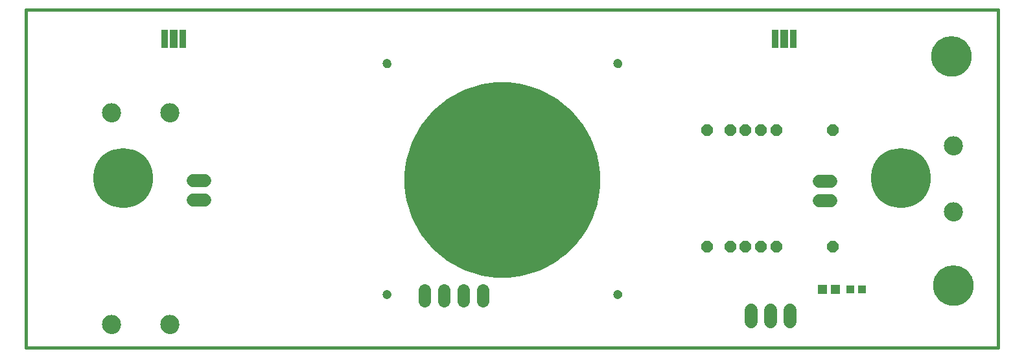
<source format=gts>
G75*
%MOIN*%
%OFA0B0*%
%FSLAX25Y25*%
%IPPOS*%
%LPD*%
%AMOC8*
5,1,8,0,0,1.08239X$1,22.5*
%
%ADD10C,0.01600*%
%ADD11C,0.00000*%
%ADD12C,1.00800*%
%ADD13C,0.09800*%
%ADD14C,0.30800*%
%ADD15C,0.20800*%
%ADD16C,0.04706*%
%ADD17C,0.06400*%
%ADD18R,0.04422X0.09816*%
%ADD19R,0.03398X0.09816*%
%ADD20OC8,0.05950*%
%ADD21C,0.06800*%
%ADD22R,0.03950X0.03950*%
%ADD23R,0.05131X0.04737*%
D10*
X0128333Y0033333D02*
X0128333Y0207333D01*
X0628333Y0207333D01*
X0628333Y0033333D01*
X0128333Y0033333D01*
D11*
X0167833Y0045333D02*
X0167835Y0045467D01*
X0167841Y0045601D01*
X0167851Y0045734D01*
X0167865Y0045868D01*
X0167883Y0046001D01*
X0167905Y0046133D01*
X0167930Y0046264D01*
X0167960Y0046395D01*
X0167994Y0046525D01*
X0168031Y0046653D01*
X0168072Y0046781D01*
X0168117Y0046907D01*
X0168166Y0047032D01*
X0168218Y0047155D01*
X0168274Y0047277D01*
X0168334Y0047397D01*
X0168397Y0047515D01*
X0168464Y0047631D01*
X0168534Y0047745D01*
X0168608Y0047857D01*
X0168685Y0047967D01*
X0168765Y0048075D01*
X0168848Y0048180D01*
X0168934Y0048282D01*
X0169023Y0048382D01*
X0169116Y0048479D01*
X0169211Y0048574D01*
X0169309Y0048665D01*
X0169409Y0048754D01*
X0169512Y0048839D01*
X0169618Y0048922D01*
X0169726Y0049001D01*
X0169836Y0049077D01*
X0169949Y0049150D01*
X0170064Y0049219D01*
X0170180Y0049285D01*
X0170299Y0049347D01*
X0170419Y0049406D01*
X0170542Y0049461D01*
X0170665Y0049513D01*
X0170790Y0049560D01*
X0170917Y0049604D01*
X0171045Y0049645D01*
X0171174Y0049681D01*
X0171304Y0049714D01*
X0171435Y0049742D01*
X0171566Y0049767D01*
X0171699Y0049788D01*
X0171832Y0049805D01*
X0171965Y0049818D01*
X0172099Y0049827D01*
X0172233Y0049832D01*
X0172367Y0049833D01*
X0172500Y0049830D01*
X0172634Y0049823D01*
X0172768Y0049812D01*
X0172901Y0049797D01*
X0173034Y0049778D01*
X0173166Y0049755D01*
X0173297Y0049729D01*
X0173427Y0049698D01*
X0173557Y0049663D01*
X0173685Y0049625D01*
X0173812Y0049583D01*
X0173938Y0049537D01*
X0174063Y0049487D01*
X0174186Y0049434D01*
X0174307Y0049377D01*
X0174427Y0049316D01*
X0174544Y0049252D01*
X0174660Y0049185D01*
X0174774Y0049114D01*
X0174885Y0049039D01*
X0174994Y0048962D01*
X0175101Y0048881D01*
X0175206Y0048797D01*
X0175307Y0048710D01*
X0175407Y0048620D01*
X0175503Y0048527D01*
X0175597Y0048431D01*
X0175688Y0048332D01*
X0175775Y0048231D01*
X0175860Y0048127D01*
X0175942Y0048021D01*
X0176020Y0047913D01*
X0176095Y0047802D01*
X0176167Y0047689D01*
X0176236Y0047573D01*
X0176301Y0047456D01*
X0176362Y0047337D01*
X0176420Y0047216D01*
X0176474Y0047094D01*
X0176525Y0046970D01*
X0176572Y0046844D01*
X0176615Y0046717D01*
X0176654Y0046589D01*
X0176690Y0046460D01*
X0176721Y0046330D01*
X0176749Y0046199D01*
X0176773Y0046067D01*
X0176793Y0045934D01*
X0176809Y0045801D01*
X0176821Y0045668D01*
X0176829Y0045534D01*
X0176833Y0045400D01*
X0176833Y0045266D01*
X0176829Y0045132D01*
X0176821Y0044998D01*
X0176809Y0044865D01*
X0176793Y0044732D01*
X0176773Y0044599D01*
X0176749Y0044467D01*
X0176721Y0044336D01*
X0176690Y0044206D01*
X0176654Y0044077D01*
X0176615Y0043949D01*
X0176572Y0043822D01*
X0176525Y0043696D01*
X0176474Y0043572D01*
X0176420Y0043450D01*
X0176362Y0043329D01*
X0176301Y0043210D01*
X0176236Y0043093D01*
X0176167Y0042977D01*
X0176095Y0042864D01*
X0176020Y0042753D01*
X0175942Y0042645D01*
X0175860Y0042539D01*
X0175775Y0042435D01*
X0175688Y0042334D01*
X0175597Y0042235D01*
X0175503Y0042139D01*
X0175407Y0042046D01*
X0175307Y0041956D01*
X0175206Y0041869D01*
X0175101Y0041785D01*
X0174994Y0041704D01*
X0174885Y0041627D01*
X0174774Y0041552D01*
X0174660Y0041481D01*
X0174544Y0041414D01*
X0174427Y0041350D01*
X0174307Y0041289D01*
X0174186Y0041232D01*
X0174063Y0041179D01*
X0173938Y0041129D01*
X0173812Y0041083D01*
X0173685Y0041041D01*
X0173557Y0041003D01*
X0173427Y0040968D01*
X0173297Y0040937D01*
X0173166Y0040911D01*
X0173034Y0040888D01*
X0172901Y0040869D01*
X0172768Y0040854D01*
X0172634Y0040843D01*
X0172500Y0040836D01*
X0172367Y0040833D01*
X0172233Y0040834D01*
X0172099Y0040839D01*
X0171965Y0040848D01*
X0171832Y0040861D01*
X0171699Y0040878D01*
X0171566Y0040899D01*
X0171435Y0040924D01*
X0171304Y0040952D01*
X0171174Y0040985D01*
X0171045Y0041021D01*
X0170917Y0041062D01*
X0170790Y0041106D01*
X0170665Y0041153D01*
X0170542Y0041205D01*
X0170419Y0041260D01*
X0170299Y0041319D01*
X0170180Y0041381D01*
X0170064Y0041447D01*
X0169949Y0041516D01*
X0169836Y0041589D01*
X0169726Y0041665D01*
X0169618Y0041744D01*
X0169512Y0041827D01*
X0169409Y0041912D01*
X0169309Y0042001D01*
X0169211Y0042092D01*
X0169116Y0042187D01*
X0169023Y0042284D01*
X0168934Y0042384D01*
X0168848Y0042486D01*
X0168765Y0042591D01*
X0168685Y0042699D01*
X0168608Y0042809D01*
X0168534Y0042921D01*
X0168464Y0043035D01*
X0168397Y0043151D01*
X0168334Y0043269D01*
X0168274Y0043389D01*
X0168218Y0043511D01*
X0168166Y0043634D01*
X0168117Y0043759D01*
X0168072Y0043885D01*
X0168031Y0044013D01*
X0167994Y0044141D01*
X0167960Y0044271D01*
X0167930Y0044402D01*
X0167905Y0044533D01*
X0167883Y0044665D01*
X0167865Y0044798D01*
X0167851Y0044932D01*
X0167841Y0045065D01*
X0167835Y0045199D01*
X0167833Y0045333D01*
X0197833Y0045333D02*
X0197835Y0045467D01*
X0197841Y0045601D01*
X0197851Y0045734D01*
X0197865Y0045868D01*
X0197883Y0046001D01*
X0197905Y0046133D01*
X0197930Y0046264D01*
X0197960Y0046395D01*
X0197994Y0046525D01*
X0198031Y0046653D01*
X0198072Y0046781D01*
X0198117Y0046907D01*
X0198166Y0047032D01*
X0198218Y0047155D01*
X0198274Y0047277D01*
X0198334Y0047397D01*
X0198397Y0047515D01*
X0198464Y0047631D01*
X0198534Y0047745D01*
X0198608Y0047857D01*
X0198685Y0047967D01*
X0198765Y0048075D01*
X0198848Y0048180D01*
X0198934Y0048282D01*
X0199023Y0048382D01*
X0199116Y0048479D01*
X0199211Y0048574D01*
X0199309Y0048665D01*
X0199409Y0048754D01*
X0199512Y0048839D01*
X0199618Y0048922D01*
X0199726Y0049001D01*
X0199836Y0049077D01*
X0199949Y0049150D01*
X0200064Y0049219D01*
X0200180Y0049285D01*
X0200299Y0049347D01*
X0200419Y0049406D01*
X0200542Y0049461D01*
X0200665Y0049513D01*
X0200790Y0049560D01*
X0200917Y0049604D01*
X0201045Y0049645D01*
X0201174Y0049681D01*
X0201304Y0049714D01*
X0201435Y0049742D01*
X0201566Y0049767D01*
X0201699Y0049788D01*
X0201832Y0049805D01*
X0201965Y0049818D01*
X0202099Y0049827D01*
X0202233Y0049832D01*
X0202367Y0049833D01*
X0202500Y0049830D01*
X0202634Y0049823D01*
X0202768Y0049812D01*
X0202901Y0049797D01*
X0203034Y0049778D01*
X0203166Y0049755D01*
X0203297Y0049729D01*
X0203427Y0049698D01*
X0203557Y0049663D01*
X0203685Y0049625D01*
X0203812Y0049583D01*
X0203938Y0049537D01*
X0204063Y0049487D01*
X0204186Y0049434D01*
X0204307Y0049377D01*
X0204427Y0049316D01*
X0204544Y0049252D01*
X0204660Y0049185D01*
X0204774Y0049114D01*
X0204885Y0049039D01*
X0204994Y0048962D01*
X0205101Y0048881D01*
X0205206Y0048797D01*
X0205307Y0048710D01*
X0205407Y0048620D01*
X0205503Y0048527D01*
X0205597Y0048431D01*
X0205688Y0048332D01*
X0205775Y0048231D01*
X0205860Y0048127D01*
X0205942Y0048021D01*
X0206020Y0047913D01*
X0206095Y0047802D01*
X0206167Y0047689D01*
X0206236Y0047573D01*
X0206301Y0047456D01*
X0206362Y0047337D01*
X0206420Y0047216D01*
X0206474Y0047094D01*
X0206525Y0046970D01*
X0206572Y0046844D01*
X0206615Y0046717D01*
X0206654Y0046589D01*
X0206690Y0046460D01*
X0206721Y0046330D01*
X0206749Y0046199D01*
X0206773Y0046067D01*
X0206793Y0045934D01*
X0206809Y0045801D01*
X0206821Y0045668D01*
X0206829Y0045534D01*
X0206833Y0045400D01*
X0206833Y0045266D01*
X0206829Y0045132D01*
X0206821Y0044998D01*
X0206809Y0044865D01*
X0206793Y0044732D01*
X0206773Y0044599D01*
X0206749Y0044467D01*
X0206721Y0044336D01*
X0206690Y0044206D01*
X0206654Y0044077D01*
X0206615Y0043949D01*
X0206572Y0043822D01*
X0206525Y0043696D01*
X0206474Y0043572D01*
X0206420Y0043450D01*
X0206362Y0043329D01*
X0206301Y0043210D01*
X0206236Y0043093D01*
X0206167Y0042977D01*
X0206095Y0042864D01*
X0206020Y0042753D01*
X0205942Y0042645D01*
X0205860Y0042539D01*
X0205775Y0042435D01*
X0205688Y0042334D01*
X0205597Y0042235D01*
X0205503Y0042139D01*
X0205407Y0042046D01*
X0205307Y0041956D01*
X0205206Y0041869D01*
X0205101Y0041785D01*
X0204994Y0041704D01*
X0204885Y0041627D01*
X0204774Y0041552D01*
X0204660Y0041481D01*
X0204544Y0041414D01*
X0204427Y0041350D01*
X0204307Y0041289D01*
X0204186Y0041232D01*
X0204063Y0041179D01*
X0203938Y0041129D01*
X0203812Y0041083D01*
X0203685Y0041041D01*
X0203557Y0041003D01*
X0203427Y0040968D01*
X0203297Y0040937D01*
X0203166Y0040911D01*
X0203034Y0040888D01*
X0202901Y0040869D01*
X0202768Y0040854D01*
X0202634Y0040843D01*
X0202500Y0040836D01*
X0202367Y0040833D01*
X0202233Y0040834D01*
X0202099Y0040839D01*
X0201965Y0040848D01*
X0201832Y0040861D01*
X0201699Y0040878D01*
X0201566Y0040899D01*
X0201435Y0040924D01*
X0201304Y0040952D01*
X0201174Y0040985D01*
X0201045Y0041021D01*
X0200917Y0041062D01*
X0200790Y0041106D01*
X0200665Y0041153D01*
X0200542Y0041205D01*
X0200419Y0041260D01*
X0200299Y0041319D01*
X0200180Y0041381D01*
X0200064Y0041447D01*
X0199949Y0041516D01*
X0199836Y0041589D01*
X0199726Y0041665D01*
X0199618Y0041744D01*
X0199512Y0041827D01*
X0199409Y0041912D01*
X0199309Y0042001D01*
X0199211Y0042092D01*
X0199116Y0042187D01*
X0199023Y0042284D01*
X0198934Y0042384D01*
X0198848Y0042486D01*
X0198765Y0042591D01*
X0198685Y0042699D01*
X0198608Y0042809D01*
X0198534Y0042921D01*
X0198464Y0043035D01*
X0198397Y0043151D01*
X0198334Y0043269D01*
X0198274Y0043389D01*
X0198218Y0043511D01*
X0198166Y0043634D01*
X0198117Y0043759D01*
X0198072Y0043885D01*
X0198031Y0044013D01*
X0197994Y0044141D01*
X0197960Y0044271D01*
X0197930Y0044402D01*
X0197905Y0044533D01*
X0197883Y0044665D01*
X0197865Y0044798D01*
X0197851Y0044932D01*
X0197841Y0045065D01*
X0197835Y0045199D01*
X0197833Y0045333D01*
X0312005Y0060958D02*
X0312007Y0061046D01*
X0312013Y0061134D01*
X0312023Y0061222D01*
X0312037Y0061309D01*
X0312055Y0061396D01*
X0312076Y0061481D01*
X0312102Y0061566D01*
X0312131Y0061649D01*
X0312164Y0061731D01*
X0312201Y0061811D01*
X0312241Y0061890D01*
X0312285Y0061966D01*
X0312333Y0062041D01*
X0312383Y0062113D01*
X0312437Y0062183D01*
X0312494Y0062251D01*
X0312554Y0062315D01*
X0312617Y0062377D01*
X0312682Y0062437D01*
X0312750Y0062493D01*
X0312821Y0062546D01*
X0312894Y0062596D01*
X0312969Y0062642D01*
X0313046Y0062685D01*
X0313125Y0062724D01*
X0313206Y0062760D01*
X0313288Y0062792D01*
X0313371Y0062821D01*
X0313456Y0062845D01*
X0313542Y0062866D01*
X0313629Y0062883D01*
X0313716Y0062896D01*
X0313804Y0062905D01*
X0313892Y0062910D01*
X0313980Y0062911D01*
X0314068Y0062908D01*
X0314156Y0062901D01*
X0314244Y0062890D01*
X0314331Y0062875D01*
X0314417Y0062856D01*
X0314502Y0062834D01*
X0314587Y0062807D01*
X0314670Y0062777D01*
X0314751Y0062743D01*
X0314831Y0062705D01*
X0314909Y0062664D01*
X0314985Y0062619D01*
X0315059Y0062571D01*
X0315131Y0062520D01*
X0315200Y0062465D01*
X0315267Y0062407D01*
X0315331Y0062347D01*
X0315393Y0062283D01*
X0315451Y0062217D01*
X0315506Y0062148D01*
X0315559Y0062077D01*
X0315607Y0062004D01*
X0315653Y0061928D01*
X0315695Y0061851D01*
X0315734Y0061771D01*
X0315769Y0061690D01*
X0315800Y0061607D01*
X0315827Y0061524D01*
X0315851Y0061439D01*
X0315871Y0061353D01*
X0315887Y0061266D01*
X0315899Y0061178D01*
X0315907Y0061090D01*
X0315911Y0061002D01*
X0315911Y0060914D01*
X0315907Y0060826D01*
X0315899Y0060738D01*
X0315887Y0060650D01*
X0315871Y0060563D01*
X0315851Y0060477D01*
X0315827Y0060392D01*
X0315800Y0060309D01*
X0315769Y0060226D01*
X0315734Y0060145D01*
X0315695Y0060065D01*
X0315653Y0059988D01*
X0315607Y0059912D01*
X0315559Y0059839D01*
X0315506Y0059768D01*
X0315451Y0059699D01*
X0315393Y0059633D01*
X0315331Y0059569D01*
X0315267Y0059509D01*
X0315200Y0059451D01*
X0315131Y0059396D01*
X0315059Y0059345D01*
X0314985Y0059297D01*
X0314909Y0059252D01*
X0314831Y0059211D01*
X0314751Y0059173D01*
X0314670Y0059139D01*
X0314587Y0059109D01*
X0314502Y0059082D01*
X0314417Y0059060D01*
X0314331Y0059041D01*
X0314244Y0059026D01*
X0314156Y0059015D01*
X0314068Y0059008D01*
X0313980Y0059005D01*
X0313892Y0059006D01*
X0313804Y0059011D01*
X0313716Y0059020D01*
X0313629Y0059033D01*
X0313542Y0059050D01*
X0313456Y0059071D01*
X0313371Y0059095D01*
X0313288Y0059124D01*
X0313206Y0059156D01*
X0313125Y0059192D01*
X0313046Y0059231D01*
X0312969Y0059274D01*
X0312894Y0059320D01*
X0312821Y0059370D01*
X0312750Y0059423D01*
X0312682Y0059479D01*
X0312617Y0059539D01*
X0312554Y0059601D01*
X0312494Y0059665D01*
X0312437Y0059733D01*
X0312383Y0059803D01*
X0312333Y0059875D01*
X0312285Y0059950D01*
X0312241Y0060026D01*
X0312201Y0060105D01*
X0312164Y0060185D01*
X0312131Y0060267D01*
X0312102Y0060350D01*
X0312076Y0060435D01*
X0312055Y0060520D01*
X0312037Y0060607D01*
X0312023Y0060694D01*
X0312013Y0060782D01*
X0312007Y0060870D01*
X0312005Y0060958D01*
X0430755Y0060958D02*
X0430757Y0061046D01*
X0430763Y0061134D01*
X0430773Y0061222D01*
X0430787Y0061309D01*
X0430805Y0061396D01*
X0430826Y0061481D01*
X0430852Y0061566D01*
X0430881Y0061649D01*
X0430914Y0061731D01*
X0430951Y0061811D01*
X0430991Y0061890D01*
X0431035Y0061966D01*
X0431083Y0062041D01*
X0431133Y0062113D01*
X0431187Y0062183D01*
X0431244Y0062251D01*
X0431304Y0062315D01*
X0431367Y0062377D01*
X0431432Y0062437D01*
X0431500Y0062493D01*
X0431571Y0062546D01*
X0431644Y0062596D01*
X0431719Y0062642D01*
X0431796Y0062685D01*
X0431875Y0062724D01*
X0431956Y0062760D01*
X0432038Y0062792D01*
X0432121Y0062821D01*
X0432206Y0062845D01*
X0432292Y0062866D01*
X0432379Y0062883D01*
X0432466Y0062896D01*
X0432554Y0062905D01*
X0432642Y0062910D01*
X0432730Y0062911D01*
X0432818Y0062908D01*
X0432906Y0062901D01*
X0432994Y0062890D01*
X0433081Y0062875D01*
X0433167Y0062856D01*
X0433252Y0062834D01*
X0433337Y0062807D01*
X0433420Y0062777D01*
X0433501Y0062743D01*
X0433581Y0062705D01*
X0433659Y0062664D01*
X0433735Y0062619D01*
X0433809Y0062571D01*
X0433881Y0062520D01*
X0433950Y0062465D01*
X0434017Y0062407D01*
X0434081Y0062347D01*
X0434143Y0062283D01*
X0434201Y0062217D01*
X0434256Y0062148D01*
X0434309Y0062077D01*
X0434357Y0062004D01*
X0434403Y0061928D01*
X0434445Y0061851D01*
X0434484Y0061771D01*
X0434519Y0061690D01*
X0434550Y0061607D01*
X0434577Y0061524D01*
X0434601Y0061439D01*
X0434621Y0061353D01*
X0434637Y0061266D01*
X0434649Y0061178D01*
X0434657Y0061090D01*
X0434661Y0061002D01*
X0434661Y0060914D01*
X0434657Y0060826D01*
X0434649Y0060738D01*
X0434637Y0060650D01*
X0434621Y0060563D01*
X0434601Y0060477D01*
X0434577Y0060392D01*
X0434550Y0060309D01*
X0434519Y0060226D01*
X0434484Y0060145D01*
X0434445Y0060065D01*
X0434403Y0059988D01*
X0434357Y0059912D01*
X0434309Y0059839D01*
X0434256Y0059768D01*
X0434201Y0059699D01*
X0434143Y0059633D01*
X0434081Y0059569D01*
X0434017Y0059509D01*
X0433950Y0059451D01*
X0433881Y0059396D01*
X0433809Y0059345D01*
X0433735Y0059297D01*
X0433659Y0059252D01*
X0433581Y0059211D01*
X0433501Y0059173D01*
X0433420Y0059139D01*
X0433337Y0059109D01*
X0433252Y0059082D01*
X0433167Y0059060D01*
X0433081Y0059041D01*
X0432994Y0059026D01*
X0432906Y0059015D01*
X0432818Y0059008D01*
X0432730Y0059005D01*
X0432642Y0059006D01*
X0432554Y0059011D01*
X0432466Y0059020D01*
X0432379Y0059033D01*
X0432292Y0059050D01*
X0432206Y0059071D01*
X0432121Y0059095D01*
X0432038Y0059124D01*
X0431956Y0059156D01*
X0431875Y0059192D01*
X0431796Y0059231D01*
X0431719Y0059274D01*
X0431644Y0059320D01*
X0431571Y0059370D01*
X0431500Y0059423D01*
X0431432Y0059479D01*
X0431367Y0059539D01*
X0431304Y0059601D01*
X0431244Y0059665D01*
X0431187Y0059733D01*
X0431133Y0059803D01*
X0431083Y0059875D01*
X0431035Y0059950D01*
X0430991Y0060026D01*
X0430951Y0060105D01*
X0430914Y0060185D01*
X0430881Y0060267D01*
X0430852Y0060350D01*
X0430826Y0060435D01*
X0430805Y0060520D01*
X0430787Y0060607D01*
X0430773Y0060694D01*
X0430763Y0060782D01*
X0430757Y0060870D01*
X0430755Y0060958D01*
X0595333Y0065333D02*
X0595336Y0065578D01*
X0595345Y0065824D01*
X0595360Y0066069D01*
X0595381Y0066313D01*
X0595408Y0066557D01*
X0595441Y0066800D01*
X0595480Y0067043D01*
X0595525Y0067284D01*
X0595576Y0067524D01*
X0595633Y0067763D01*
X0595695Y0068000D01*
X0595764Y0068236D01*
X0595838Y0068470D01*
X0595918Y0068702D01*
X0596003Y0068932D01*
X0596094Y0069160D01*
X0596191Y0069385D01*
X0596293Y0069609D01*
X0596401Y0069829D01*
X0596514Y0070047D01*
X0596632Y0070262D01*
X0596756Y0070474D01*
X0596884Y0070683D01*
X0597018Y0070889D01*
X0597157Y0071091D01*
X0597301Y0071290D01*
X0597450Y0071485D01*
X0597603Y0071677D01*
X0597761Y0071865D01*
X0597923Y0072049D01*
X0598091Y0072228D01*
X0598262Y0072404D01*
X0598438Y0072575D01*
X0598617Y0072743D01*
X0598801Y0072905D01*
X0598989Y0073063D01*
X0599181Y0073216D01*
X0599376Y0073365D01*
X0599575Y0073509D01*
X0599777Y0073648D01*
X0599983Y0073782D01*
X0600192Y0073910D01*
X0600404Y0074034D01*
X0600619Y0074152D01*
X0600837Y0074265D01*
X0601057Y0074373D01*
X0601281Y0074475D01*
X0601506Y0074572D01*
X0601734Y0074663D01*
X0601964Y0074748D01*
X0602196Y0074828D01*
X0602430Y0074902D01*
X0602666Y0074971D01*
X0602903Y0075033D01*
X0603142Y0075090D01*
X0603382Y0075141D01*
X0603623Y0075186D01*
X0603866Y0075225D01*
X0604109Y0075258D01*
X0604353Y0075285D01*
X0604597Y0075306D01*
X0604842Y0075321D01*
X0605088Y0075330D01*
X0605333Y0075333D01*
X0605578Y0075330D01*
X0605824Y0075321D01*
X0606069Y0075306D01*
X0606313Y0075285D01*
X0606557Y0075258D01*
X0606800Y0075225D01*
X0607043Y0075186D01*
X0607284Y0075141D01*
X0607524Y0075090D01*
X0607763Y0075033D01*
X0608000Y0074971D01*
X0608236Y0074902D01*
X0608470Y0074828D01*
X0608702Y0074748D01*
X0608932Y0074663D01*
X0609160Y0074572D01*
X0609385Y0074475D01*
X0609609Y0074373D01*
X0609829Y0074265D01*
X0610047Y0074152D01*
X0610262Y0074034D01*
X0610474Y0073910D01*
X0610683Y0073782D01*
X0610889Y0073648D01*
X0611091Y0073509D01*
X0611290Y0073365D01*
X0611485Y0073216D01*
X0611677Y0073063D01*
X0611865Y0072905D01*
X0612049Y0072743D01*
X0612228Y0072575D01*
X0612404Y0072404D01*
X0612575Y0072228D01*
X0612743Y0072049D01*
X0612905Y0071865D01*
X0613063Y0071677D01*
X0613216Y0071485D01*
X0613365Y0071290D01*
X0613509Y0071091D01*
X0613648Y0070889D01*
X0613782Y0070683D01*
X0613910Y0070474D01*
X0614034Y0070262D01*
X0614152Y0070047D01*
X0614265Y0069829D01*
X0614373Y0069609D01*
X0614475Y0069385D01*
X0614572Y0069160D01*
X0614663Y0068932D01*
X0614748Y0068702D01*
X0614828Y0068470D01*
X0614902Y0068236D01*
X0614971Y0068000D01*
X0615033Y0067763D01*
X0615090Y0067524D01*
X0615141Y0067284D01*
X0615186Y0067043D01*
X0615225Y0066800D01*
X0615258Y0066557D01*
X0615285Y0066313D01*
X0615306Y0066069D01*
X0615321Y0065824D01*
X0615330Y0065578D01*
X0615333Y0065333D01*
X0615330Y0065088D01*
X0615321Y0064842D01*
X0615306Y0064597D01*
X0615285Y0064353D01*
X0615258Y0064109D01*
X0615225Y0063866D01*
X0615186Y0063623D01*
X0615141Y0063382D01*
X0615090Y0063142D01*
X0615033Y0062903D01*
X0614971Y0062666D01*
X0614902Y0062430D01*
X0614828Y0062196D01*
X0614748Y0061964D01*
X0614663Y0061734D01*
X0614572Y0061506D01*
X0614475Y0061281D01*
X0614373Y0061057D01*
X0614265Y0060837D01*
X0614152Y0060619D01*
X0614034Y0060404D01*
X0613910Y0060192D01*
X0613782Y0059983D01*
X0613648Y0059777D01*
X0613509Y0059575D01*
X0613365Y0059376D01*
X0613216Y0059181D01*
X0613063Y0058989D01*
X0612905Y0058801D01*
X0612743Y0058617D01*
X0612575Y0058438D01*
X0612404Y0058262D01*
X0612228Y0058091D01*
X0612049Y0057923D01*
X0611865Y0057761D01*
X0611677Y0057603D01*
X0611485Y0057450D01*
X0611290Y0057301D01*
X0611091Y0057157D01*
X0610889Y0057018D01*
X0610683Y0056884D01*
X0610474Y0056756D01*
X0610262Y0056632D01*
X0610047Y0056514D01*
X0609829Y0056401D01*
X0609609Y0056293D01*
X0609385Y0056191D01*
X0609160Y0056094D01*
X0608932Y0056003D01*
X0608702Y0055918D01*
X0608470Y0055838D01*
X0608236Y0055764D01*
X0608000Y0055695D01*
X0607763Y0055633D01*
X0607524Y0055576D01*
X0607284Y0055525D01*
X0607043Y0055480D01*
X0606800Y0055441D01*
X0606557Y0055408D01*
X0606313Y0055381D01*
X0606069Y0055360D01*
X0605824Y0055345D01*
X0605578Y0055336D01*
X0605333Y0055333D01*
X0605088Y0055336D01*
X0604842Y0055345D01*
X0604597Y0055360D01*
X0604353Y0055381D01*
X0604109Y0055408D01*
X0603866Y0055441D01*
X0603623Y0055480D01*
X0603382Y0055525D01*
X0603142Y0055576D01*
X0602903Y0055633D01*
X0602666Y0055695D01*
X0602430Y0055764D01*
X0602196Y0055838D01*
X0601964Y0055918D01*
X0601734Y0056003D01*
X0601506Y0056094D01*
X0601281Y0056191D01*
X0601057Y0056293D01*
X0600837Y0056401D01*
X0600619Y0056514D01*
X0600404Y0056632D01*
X0600192Y0056756D01*
X0599983Y0056884D01*
X0599777Y0057018D01*
X0599575Y0057157D01*
X0599376Y0057301D01*
X0599181Y0057450D01*
X0598989Y0057603D01*
X0598801Y0057761D01*
X0598617Y0057923D01*
X0598438Y0058091D01*
X0598262Y0058262D01*
X0598091Y0058438D01*
X0597923Y0058617D01*
X0597761Y0058801D01*
X0597603Y0058989D01*
X0597450Y0059181D01*
X0597301Y0059376D01*
X0597157Y0059575D01*
X0597018Y0059777D01*
X0596884Y0059983D01*
X0596756Y0060192D01*
X0596632Y0060404D01*
X0596514Y0060619D01*
X0596401Y0060837D01*
X0596293Y0061057D01*
X0596191Y0061281D01*
X0596094Y0061506D01*
X0596003Y0061734D01*
X0595918Y0061964D01*
X0595838Y0062196D01*
X0595764Y0062430D01*
X0595695Y0062666D01*
X0595633Y0062903D01*
X0595576Y0063142D01*
X0595525Y0063382D01*
X0595480Y0063623D01*
X0595441Y0063866D01*
X0595408Y0064109D01*
X0595381Y0064353D01*
X0595360Y0064597D01*
X0595345Y0064842D01*
X0595336Y0065088D01*
X0595333Y0065333D01*
X0600833Y0103333D02*
X0600835Y0103467D01*
X0600841Y0103601D01*
X0600851Y0103734D01*
X0600865Y0103868D01*
X0600883Y0104001D01*
X0600905Y0104133D01*
X0600930Y0104264D01*
X0600960Y0104395D01*
X0600994Y0104525D01*
X0601031Y0104653D01*
X0601072Y0104781D01*
X0601117Y0104907D01*
X0601166Y0105032D01*
X0601218Y0105155D01*
X0601274Y0105277D01*
X0601334Y0105397D01*
X0601397Y0105515D01*
X0601464Y0105631D01*
X0601534Y0105745D01*
X0601608Y0105857D01*
X0601685Y0105967D01*
X0601765Y0106075D01*
X0601848Y0106180D01*
X0601934Y0106282D01*
X0602023Y0106382D01*
X0602116Y0106479D01*
X0602211Y0106574D01*
X0602309Y0106665D01*
X0602409Y0106754D01*
X0602512Y0106839D01*
X0602618Y0106922D01*
X0602726Y0107001D01*
X0602836Y0107077D01*
X0602949Y0107150D01*
X0603064Y0107219D01*
X0603180Y0107285D01*
X0603299Y0107347D01*
X0603419Y0107406D01*
X0603542Y0107461D01*
X0603665Y0107513D01*
X0603790Y0107560D01*
X0603917Y0107604D01*
X0604045Y0107645D01*
X0604174Y0107681D01*
X0604304Y0107714D01*
X0604435Y0107742D01*
X0604566Y0107767D01*
X0604699Y0107788D01*
X0604832Y0107805D01*
X0604965Y0107818D01*
X0605099Y0107827D01*
X0605233Y0107832D01*
X0605367Y0107833D01*
X0605500Y0107830D01*
X0605634Y0107823D01*
X0605768Y0107812D01*
X0605901Y0107797D01*
X0606034Y0107778D01*
X0606166Y0107755D01*
X0606297Y0107729D01*
X0606427Y0107698D01*
X0606557Y0107663D01*
X0606685Y0107625D01*
X0606812Y0107583D01*
X0606938Y0107537D01*
X0607063Y0107487D01*
X0607186Y0107434D01*
X0607307Y0107377D01*
X0607427Y0107316D01*
X0607544Y0107252D01*
X0607660Y0107185D01*
X0607774Y0107114D01*
X0607885Y0107039D01*
X0607994Y0106962D01*
X0608101Y0106881D01*
X0608206Y0106797D01*
X0608307Y0106710D01*
X0608407Y0106620D01*
X0608503Y0106527D01*
X0608597Y0106431D01*
X0608688Y0106332D01*
X0608775Y0106231D01*
X0608860Y0106127D01*
X0608942Y0106021D01*
X0609020Y0105913D01*
X0609095Y0105802D01*
X0609167Y0105689D01*
X0609236Y0105573D01*
X0609301Y0105456D01*
X0609362Y0105337D01*
X0609420Y0105216D01*
X0609474Y0105094D01*
X0609525Y0104970D01*
X0609572Y0104844D01*
X0609615Y0104717D01*
X0609654Y0104589D01*
X0609690Y0104460D01*
X0609721Y0104330D01*
X0609749Y0104199D01*
X0609773Y0104067D01*
X0609793Y0103934D01*
X0609809Y0103801D01*
X0609821Y0103668D01*
X0609829Y0103534D01*
X0609833Y0103400D01*
X0609833Y0103266D01*
X0609829Y0103132D01*
X0609821Y0102998D01*
X0609809Y0102865D01*
X0609793Y0102732D01*
X0609773Y0102599D01*
X0609749Y0102467D01*
X0609721Y0102336D01*
X0609690Y0102206D01*
X0609654Y0102077D01*
X0609615Y0101949D01*
X0609572Y0101822D01*
X0609525Y0101696D01*
X0609474Y0101572D01*
X0609420Y0101450D01*
X0609362Y0101329D01*
X0609301Y0101210D01*
X0609236Y0101093D01*
X0609167Y0100977D01*
X0609095Y0100864D01*
X0609020Y0100753D01*
X0608942Y0100645D01*
X0608860Y0100539D01*
X0608775Y0100435D01*
X0608688Y0100334D01*
X0608597Y0100235D01*
X0608503Y0100139D01*
X0608407Y0100046D01*
X0608307Y0099956D01*
X0608206Y0099869D01*
X0608101Y0099785D01*
X0607994Y0099704D01*
X0607885Y0099627D01*
X0607774Y0099552D01*
X0607660Y0099481D01*
X0607544Y0099414D01*
X0607427Y0099350D01*
X0607307Y0099289D01*
X0607186Y0099232D01*
X0607063Y0099179D01*
X0606938Y0099129D01*
X0606812Y0099083D01*
X0606685Y0099041D01*
X0606557Y0099003D01*
X0606427Y0098968D01*
X0606297Y0098937D01*
X0606166Y0098911D01*
X0606034Y0098888D01*
X0605901Y0098869D01*
X0605768Y0098854D01*
X0605634Y0098843D01*
X0605500Y0098836D01*
X0605367Y0098833D01*
X0605233Y0098834D01*
X0605099Y0098839D01*
X0604965Y0098848D01*
X0604832Y0098861D01*
X0604699Y0098878D01*
X0604566Y0098899D01*
X0604435Y0098924D01*
X0604304Y0098952D01*
X0604174Y0098985D01*
X0604045Y0099021D01*
X0603917Y0099062D01*
X0603790Y0099106D01*
X0603665Y0099153D01*
X0603542Y0099205D01*
X0603419Y0099260D01*
X0603299Y0099319D01*
X0603180Y0099381D01*
X0603064Y0099447D01*
X0602949Y0099516D01*
X0602836Y0099589D01*
X0602726Y0099665D01*
X0602618Y0099744D01*
X0602512Y0099827D01*
X0602409Y0099912D01*
X0602309Y0100001D01*
X0602211Y0100092D01*
X0602116Y0100187D01*
X0602023Y0100284D01*
X0601934Y0100384D01*
X0601848Y0100486D01*
X0601765Y0100591D01*
X0601685Y0100699D01*
X0601608Y0100809D01*
X0601534Y0100921D01*
X0601464Y0101035D01*
X0601397Y0101151D01*
X0601334Y0101269D01*
X0601274Y0101389D01*
X0601218Y0101511D01*
X0601166Y0101634D01*
X0601117Y0101759D01*
X0601072Y0101885D01*
X0601031Y0102013D01*
X0600994Y0102141D01*
X0600960Y0102271D01*
X0600930Y0102402D01*
X0600905Y0102533D01*
X0600883Y0102665D01*
X0600865Y0102798D01*
X0600851Y0102932D01*
X0600841Y0103065D01*
X0600835Y0103199D01*
X0600833Y0103333D01*
X0563333Y0120833D02*
X0563338Y0121201D01*
X0563351Y0121569D01*
X0563374Y0121936D01*
X0563405Y0122303D01*
X0563446Y0122669D01*
X0563495Y0123034D01*
X0563554Y0123397D01*
X0563621Y0123759D01*
X0563697Y0124120D01*
X0563783Y0124478D01*
X0563876Y0124834D01*
X0563979Y0125187D01*
X0564090Y0125538D01*
X0564210Y0125886D01*
X0564338Y0126231D01*
X0564475Y0126573D01*
X0564620Y0126912D01*
X0564773Y0127246D01*
X0564935Y0127577D01*
X0565104Y0127904D01*
X0565282Y0128226D01*
X0565467Y0128545D01*
X0565660Y0128858D01*
X0565861Y0129167D01*
X0566069Y0129470D01*
X0566285Y0129768D01*
X0566508Y0130061D01*
X0566738Y0130349D01*
X0566975Y0130631D01*
X0567219Y0130906D01*
X0567469Y0131176D01*
X0567726Y0131440D01*
X0567990Y0131697D01*
X0568260Y0131947D01*
X0568535Y0132191D01*
X0568817Y0132428D01*
X0569105Y0132658D01*
X0569398Y0132881D01*
X0569696Y0133097D01*
X0569999Y0133305D01*
X0570308Y0133506D01*
X0570621Y0133699D01*
X0570940Y0133884D01*
X0571262Y0134062D01*
X0571589Y0134231D01*
X0571920Y0134393D01*
X0572254Y0134546D01*
X0572593Y0134691D01*
X0572935Y0134828D01*
X0573280Y0134956D01*
X0573628Y0135076D01*
X0573979Y0135187D01*
X0574332Y0135290D01*
X0574688Y0135383D01*
X0575046Y0135469D01*
X0575407Y0135545D01*
X0575769Y0135612D01*
X0576132Y0135671D01*
X0576497Y0135720D01*
X0576863Y0135761D01*
X0577230Y0135792D01*
X0577597Y0135815D01*
X0577965Y0135828D01*
X0578333Y0135833D01*
X0578701Y0135828D01*
X0579069Y0135815D01*
X0579436Y0135792D01*
X0579803Y0135761D01*
X0580169Y0135720D01*
X0580534Y0135671D01*
X0580897Y0135612D01*
X0581259Y0135545D01*
X0581620Y0135469D01*
X0581978Y0135383D01*
X0582334Y0135290D01*
X0582687Y0135187D01*
X0583038Y0135076D01*
X0583386Y0134956D01*
X0583731Y0134828D01*
X0584073Y0134691D01*
X0584412Y0134546D01*
X0584746Y0134393D01*
X0585077Y0134231D01*
X0585404Y0134062D01*
X0585726Y0133884D01*
X0586045Y0133699D01*
X0586358Y0133506D01*
X0586667Y0133305D01*
X0586970Y0133097D01*
X0587268Y0132881D01*
X0587561Y0132658D01*
X0587849Y0132428D01*
X0588131Y0132191D01*
X0588406Y0131947D01*
X0588676Y0131697D01*
X0588940Y0131440D01*
X0589197Y0131176D01*
X0589447Y0130906D01*
X0589691Y0130631D01*
X0589928Y0130349D01*
X0590158Y0130061D01*
X0590381Y0129768D01*
X0590597Y0129470D01*
X0590805Y0129167D01*
X0591006Y0128858D01*
X0591199Y0128545D01*
X0591384Y0128226D01*
X0591562Y0127904D01*
X0591731Y0127577D01*
X0591893Y0127246D01*
X0592046Y0126912D01*
X0592191Y0126573D01*
X0592328Y0126231D01*
X0592456Y0125886D01*
X0592576Y0125538D01*
X0592687Y0125187D01*
X0592790Y0124834D01*
X0592883Y0124478D01*
X0592969Y0124120D01*
X0593045Y0123759D01*
X0593112Y0123397D01*
X0593171Y0123034D01*
X0593220Y0122669D01*
X0593261Y0122303D01*
X0593292Y0121936D01*
X0593315Y0121569D01*
X0593328Y0121201D01*
X0593333Y0120833D01*
X0593328Y0120465D01*
X0593315Y0120097D01*
X0593292Y0119730D01*
X0593261Y0119363D01*
X0593220Y0118997D01*
X0593171Y0118632D01*
X0593112Y0118269D01*
X0593045Y0117907D01*
X0592969Y0117546D01*
X0592883Y0117188D01*
X0592790Y0116832D01*
X0592687Y0116479D01*
X0592576Y0116128D01*
X0592456Y0115780D01*
X0592328Y0115435D01*
X0592191Y0115093D01*
X0592046Y0114754D01*
X0591893Y0114420D01*
X0591731Y0114089D01*
X0591562Y0113762D01*
X0591384Y0113440D01*
X0591199Y0113121D01*
X0591006Y0112808D01*
X0590805Y0112499D01*
X0590597Y0112196D01*
X0590381Y0111898D01*
X0590158Y0111605D01*
X0589928Y0111317D01*
X0589691Y0111035D01*
X0589447Y0110760D01*
X0589197Y0110490D01*
X0588940Y0110226D01*
X0588676Y0109969D01*
X0588406Y0109719D01*
X0588131Y0109475D01*
X0587849Y0109238D01*
X0587561Y0109008D01*
X0587268Y0108785D01*
X0586970Y0108569D01*
X0586667Y0108361D01*
X0586358Y0108160D01*
X0586045Y0107967D01*
X0585726Y0107782D01*
X0585404Y0107604D01*
X0585077Y0107435D01*
X0584746Y0107273D01*
X0584412Y0107120D01*
X0584073Y0106975D01*
X0583731Y0106838D01*
X0583386Y0106710D01*
X0583038Y0106590D01*
X0582687Y0106479D01*
X0582334Y0106376D01*
X0581978Y0106283D01*
X0581620Y0106197D01*
X0581259Y0106121D01*
X0580897Y0106054D01*
X0580534Y0105995D01*
X0580169Y0105946D01*
X0579803Y0105905D01*
X0579436Y0105874D01*
X0579069Y0105851D01*
X0578701Y0105838D01*
X0578333Y0105833D01*
X0577965Y0105838D01*
X0577597Y0105851D01*
X0577230Y0105874D01*
X0576863Y0105905D01*
X0576497Y0105946D01*
X0576132Y0105995D01*
X0575769Y0106054D01*
X0575407Y0106121D01*
X0575046Y0106197D01*
X0574688Y0106283D01*
X0574332Y0106376D01*
X0573979Y0106479D01*
X0573628Y0106590D01*
X0573280Y0106710D01*
X0572935Y0106838D01*
X0572593Y0106975D01*
X0572254Y0107120D01*
X0571920Y0107273D01*
X0571589Y0107435D01*
X0571262Y0107604D01*
X0570940Y0107782D01*
X0570621Y0107967D01*
X0570308Y0108160D01*
X0569999Y0108361D01*
X0569696Y0108569D01*
X0569398Y0108785D01*
X0569105Y0109008D01*
X0568817Y0109238D01*
X0568535Y0109475D01*
X0568260Y0109719D01*
X0567990Y0109969D01*
X0567726Y0110226D01*
X0567469Y0110490D01*
X0567219Y0110760D01*
X0566975Y0111035D01*
X0566738Y0111317D01*
X0566508Y0111605D01*
X0566285Y0111898D01*
X0566069Y0112196D01*
X0565861Y0112499D01*
X0565660Y0112808D01*
X0565467Y0113121D01*
X0565282Y0113440D01*
X0565104Y0113762D01*
X0564935Y0114089D01*
X0564773Y0114420D01*
X0564620Y0114754D01*
X0564475Y0115093D01*
X0564338Y0115435D01*
X0564210Y0115780D01*
X0564090Y0116128D01*
X0563979Y0116479D01*
X0563876Y0116832D01*
X0563783Y0117188D01*
X0563697Y0117546D01*
X0563621Y0117907D01*
X0563554Y0118269D01*
X0563495Y0118632D01*
X0563446Y0118997D01*
X0563405Y0119363D01*
X0563374Y0119730D01*
X0563351Y0120097D01*
X0563338Y0120465D01*
X0563333Y0120833D01*
X0600833Y0137333D02*
X0600835Y0137467D01*
X0600841Y0137601D01*
X0600851Y0137734D01*
X0600865Y0137868D01*
X0600883Y0138001D01*
X0600905Y0138133D01*
X0600930Y0138264D01*
X0600960Y0138395D01*
X0600994Y0138525D01*
X0601031Y0138653D01*
X0601072Y0138781D01*
X0601117Y0138907D01*
X0601166Y0139032D01*
X0601218Y0139155D01*
X0601274Y0139277D01*
X0601334Y0139397D01*
X0601397Y0139515D01*
X0601464Y0139631D01*
X0601534Y0139745D01*
X0601608Y0139857D01*
X0601685Y0139967D01*
X0601765Y0140075D01*
X0601848Y0140180D01*
X0601934Y0140282D01*
X0602023Y0140382D01*
X0602116Y0140479D01*
X0602211Y0140574D01*
X0602309Y0140665D01*
X0602409Y0140754D01*
X0602512Y0140839D01*
X0602618Y0140922D01*
X0602726Y0141001D01*
X0602836Y0141077D01*
X0602949Y0141150D01*
X0603064Y0141219D01*
X0603180Y0141285D01*
X0603299Y0141347D01*
X0603419Y0141406D01*
X0603542Y0141461D01*
X0603665Y0141513D01*
X0603790Y0141560D01*
X0603917Y0141604D01*
X0604045Y0141645D01*
X0604174Y0141681D01*
X0604304Y0141714D01*
X0604435Y0141742D01*
X0604566Y0141767D01*
X0604699Y0141788D01*
X0604832Y0141805D01*
X0604965Y0141818D01*
X0605099Y0141827D01*
X0605233Y0141832D01*
X0605367Y0141833D01*
X0605500Y0141830D01*
X0605634Y0141823D01*
X0605768Y0141812D01*
X0605901Y0141797D01*
X0606034Y0141778D01*
X0606166Y0141755D01*
X0606297Y0141729D01*
X0606427Y0141698D01*
X0606557Y0141663D01*
X0606685Y0141625D01*
X0606812Y0141583D01*
X0606938Y0141537D01*
X0607063Y0141487D01*
X0607186Y0141434D01*
X0607307Y0141377D01*
X0607427Y0141316D01*
X0607544Y0141252D01*
X0607660Y0141185D01*
X0607774Y0141114D01*
X0607885Y0141039D01*
X0607994Y0140962D01*
X0608101Y0140881D01*
X0608206Y0140797D01*
X0608307Y0140710D01*
X0608407Y0140620D01*
X0608503Y0140527D01*
X0608597Y0140431D01*
X0608688Y0140332D01*
X0608775Y0140231D01*
X0608860Y0140127D01*
X0608942Y0140021D01*
X0609020Y0139913D01*
X0609095Y0139802D01*
X0609167Y0139689D01*
X0609236Y0139573D01*
X0609301Y0139456D01*
X0609362Y0139337D01*
X0609420Y0139216D01*
X0609474Y0139094D01*
X0609525Y0138970D01*
X0609572Y0138844D01*
X0609615Y0138717D01*
X0609654Y0138589D01*
X0609690Y0138460D01*
X0609721Y0138330D01*
X0609749Y0138199D01*
X0609773Y0138067D01*
X0609793Y0137934D01*
X0609809Y0137801D01*
X0609821Y0137668D01*
X0609829Y0137534D01*
X0609833Y0137400D01*
X0609833Y0137266D01*
X0609829Y0137132D01*
X0609821Y0136998D01*
X0609809Y0136865D01*
X0609793Y0136732D01*
X0609773Y0136599D01*
X0609749Y0136467D01*
X0609721Y0136336D01*
X0609690Y0136206D01*
X0609654Y0136077D01*
X0609615Y0135949D01*
X0609572Y0135822D01*
X0609525Y0135696D01*
X0609474Y0135572D01*
X0609420Y0135450D01*
X0609362Y0135329D01*
X0609301Y0135210D01*
X0609236Y0135093D01*
X0609167Y0134977D01*
X0609095Y0134864D01*
X0609020Y0134753D01*
X0608942Y0134645D01*
X0608860Y0134539D01*
X0608775Y0134435D01*
X0608688Y0134334D01*
X0608597Y0134235D01*
X0608503Y0134139D01*
X0608407Y0134046D01*
X0608307Y0133956D01*
X0608206Y0133869D01*
X0608101Y0133785D01*
X0607994Y0133704D01*
X0607885Y0133627D01*
X0607774Y0133552D01*
X0607660Y0133481D01*
X0607544Y0133414D01*
X0607427Y0133350D01*
X0607307Y0133289D01*
X0607186Y0133232D01*
X0607063Y0133179D01*
X0606938Y0133129D01*
X0606812Y0133083D01*
X0606685Y0133041D01*
X0606557Y0133003D01*
X0606427Y0132968D01*
X0606297Y0132937D01*
X0606166Y0132911D01*
X0606034Y0132888D01*
X0605901Y0132869D01*
X0605768Y0132854D01*
X0605634Y0132843D01*
X0605500Y0132836D01*
X0605367Y0132833D01*
X0605233Y0132834D01*
X0605099Y0132839D01*
X0604965Y0132848D01*
X0604832Y0132861D01*
X0604699Y0132878D01*
X0604566Y0132899D01*
X0604435Y0132924D01*
X0604304Y0132952D01*
X0604174Y0132985D01*
X0604045Y0133021D01*
X0603917Y0133062D01*
X0603790Y0133106D01*
X0603665Y0133153D01*
X0603542Y0133205D01*
X0603419Y0133260D01*
X0603299Y0133319D01*
X0603180Y0133381D01*
X0603064Y0133447D01*
X0602949Y0133516D01*
X0602836Y0133589D01*
X0602726Y0133665D01*
X0602618Y0133744D01*
X0602512Y0133827D01*
X0602409Y0133912D01*
X0602309Y0134001D01*
X0602211Y0134092D01*
X0602116Y0134187D01*
X0602023Y0134284D01*
X0601934Y0134384D01*
X0601848Y0134486D01*
X0601765Y0134591D01*
X0601685Y0134699D01*
X0601608Y0134809D01*
X0601534Y0134921D01*
X0601464Y0135035D01*
X0601397Y0135151D01*
X0601334Y0135269D01*
X0601274Y0135389D01*
X0601218Y0135511D01*
X0601166Y0135634D01*
X0601117Y0135759D01*
X0601072Y0135885D01*
X0601031Y0136013D01*
X0600994Y0136141D01*
X0600960Y0136271D01*
X0600930Y0136402D01*
X0600905Y0136533D01*
X0600883Y0136665D01*
X0600865Y0136798D01*
X0600851Y0136932D01*
X0600841Y0137065D01*
X0600835Y0137199D01*
X0600833Y0137333D01*
X0594333Y0183333D02*
X0594336Y0183578D01*
X0594345Y0183824D01*
X0594360Y0184069D01*
X0594381Y0184313D01*
X0594408Y0184557D01*
X0594441Y0184800D01*
X0594480Y0185043D01*
X0594525Y0185284D01*
X0594576Y0185524D01*
X0594633Y0185763D01*
X0594695Y0186000D01*
X0594764Y0186236D01*
X0594838Y0186470D01*
X0594918Y0186702D01*
X0595003Y0186932D01*
X0595094Y0187160D01*
X0595191Y0187385D01*
X0595293Y0187609D01*
X0595401Y0187829D01*
X0595514Y0188047D01*
X0595632Y0188262D01*
X0595756Y0188474D01*
X0595884Y0188683D01*
X0596018Y0188889D01*
X0596157Y0189091D01*
X0596301Y0189290D01*
X0596450Y0189485D01*
X0596603Y0189677D01*
X0596761Y0189865D01*
X0596923Y0190049D01*
X0597091Y0190228D01*
X0597262Y0190404D01*
X0597438Y0190575D01*
X0597617Y0190743D01*
X0597801Y0190905D01*
X0597989Y0191063D01*
X0598181Y0191216D01*
X0598376Y0191365D01*
X0598575Y0191509D01*
X0598777Y0191648D01*
X0598983Y0191782D01*
X0599192Y0191910D01*
X0599404Y0192034D01*
X0599619Y0192152D01*
X0599837Y0192265D01*
X0600057Y0192373D01*
X0600281Y0192475D01*
X0600506Y0192572D01*
X0600734Y0192663D01*
X0600964Y0192748D01*
X0601196Y0192828D01*
X0601430Y0192902D01*
X0601666Y0192971D01*
X0601903Y0193033D01*
X0602142Y0193090D01*
X0602382Y0193141D01*
X0602623Y0193186D01*
X0602866Y0193225D01*
X0603109Y0193258D01*
X0603353Y0193285D01*
X0603597Y0193306D01*
X0603842Y0193321D01*
X0604088Y0193330D01*
X0604333Y0193333D01*
X0604578Y0193330D01*
X0604824Y0193321D01*
X0605069Y0193306D01*
X0605313Y0193285D01*
X0605557Y0193258D01*
X0605800Y0193225D01*
X0606043Y0193186D01*
X0606284Y0193141D01*
X0606524Y0193090D01*
X0606763Y0193033D01*
X0607000Y0192971D01*
X0607236Y0192902D01*
X0607470Y0192828D01*
X0607702Y0192748D01*
X0607932Y0192663D01*
X0608160Y0192572D01*
X0608385Y0192475D01*
X0608609Y0192373D01*
X0608829Y0192265D01*
X0609047Y0192152D01*
X0609262Y0192034D01*
X0609474Y0191910D01*
X0609683Y0191782D01*
X0609889Y0191648D01*
X0610091Y0191509D01*
X0610290Y0191365D01*
X0610485Y0191216D01*
X0610677Y0191063D01*
X0610865Y0190905D01*
X0611049Y0190743D01*
X0611228Y0190575D01*
X0611404Y0190404D01*
X0611575Y0190228D01*
X0611743Y0190049D01*
X0611905Y0189865D01*
X0612063Y0189677D01*
X0612216Y0189485D01*
X0612365Y0189290D01*
X0612509Y0189091D01*
X0612648Y0188889D01*
X0612782Y0188683D01*
X0612910Y0188474D01*
X0613034Y0188262D01*
X0613152Y0188047D01*
X0613265Y0187829D01*
X0613373Y0187609D01*
X0613475Y0187385D01*
X0613572Y0187160D01*
X0613663Y0186932D01*
X0613748Y0186702D01*
X0613828Y0186470D01*
X0613902Y0186236D01*
X0613971Y0186000D01*
X0614033Y0185763D01*
X0614090Y0185524D01*
X0614141Y0185284D01*
X0614186Y0185043D01*
X0614225Y0184800D01*
X0614258Y0184557D01*
X0614285Y0184313D01*
X0614306Y0184069D01*
X0614321Y0183824D01*
X0614330Y0183578D01*
X0614333Y0183333D01*
X0614330Y0183088D01*
X0614321Y0182842D01*
X0614306Y0182597D01*
X0614285Y0182353D01*
X0614258Y0182109D01*
X0614225Y0181866D01*
X0614186Y0181623D01*
X0614141Y0181382D01*
X0614090Y0181142D01*
X0614033Y0180903D01*
X0613971Y0180666D01*
X0613902Y0180430D01*
X0613828Y0180196D01*
X0613748Y0179964D01*
X0613663Y0179734D01*
X0613572Y0179506D01*
X0613475Y0179281D01*
X0613373Y0179057D01*
X0613265Y0178837D01*
X0613152Y0178619D01*
X0613034Y0178404D01*
X0612910Y0178192D01*
X0612782Y0177983D01*
X0612648Y0177777D01*
X0612509Y0177575D01*
X0612365Y0177376D01*
X0612216Y0177181D01*
X0612063Y0176989D01*
X0611905Y0176801D01*
X0611743Y0176617D01*
X0611575Y0176438D01*
X0611404Y0176262D01*
X0611228Y0176091D01*
X0611049Y0175923D01*
X0610865Y0175761D01*
X0610677Y0175603D01*
X0610485Y0175450D01*
X0610290Y0175301D01*
X0610091Y0175157D01*
X0609889Y0175018D01*
X0609683Y0174884D01*
X0609474Y0174756D01*
X0609262Y0174632D01*
X0609047Y0174514D01*
X0608829Y0174401D01*
X0608609Y0174293D01*
X0608385Y0174191D01*
X0608160Y0174094D01*
X0607932Y0174003D01*
X0607702Y0173918D01*
X0607470Y0173838D01*
X0607236Y0173764D01*
X0607000Y0173695D01*
X0606763Y0173633D01*
X0606524Y0173576D01*
X0606284Y0173525D01*
X0606043Y0173480D01*
X0605800Y0173441D01*
X0605557Y0173408D01*
X0605313Y0173381D01*
X0605069Y0173360D01*
X0604824Y0173345D01*
X0604578Y0173336D01*
X0604333Y0173333D01*
X0604088Y0173336D01*
X0603842Y0173345D01*
X0603597Y0173360D01*
X0603353Y0173381D01*
X0603109Y0173408D01*
X0602866Y0173441D01*
X0602623Y0173480D01*
X0602382Y0173525D01*
X0602142Y0173576D01*
X0601903Y0173633D01*
X0601666Y0173695D01*
X0601430Y0173764D01*
X0601196Y0173838D01*
X0600964Y0173918D01*
X0600734Y0174003D01*
X0600506Y0174094D01*
X0600281Y0174191D01*
X0600057Y0174293D01*
X0599837Y0174401D01*
X0599619Y0174514D01*
X0599404Y0174632D01*
X0599192Y0174756D01*
X0598983Y0174884D01*
X0598777Y0175018D01*
X0598575Y0175157D01*
X0598376Y0175301D01*
X0598181Y0175450D01*
X0597989Y0175603D01*
X0597801Y0175761D01*
X0597617Y0175923D01*
X0597438Y0176091D01*
X0597262Y0176262D01*
X0597091Y0176438D01*
X0596923Y0176617D01*
X0596761Y0176801D01*
X0596603Y0176989D01*
X0596450Y0177181D01*
X0596301Y0177376D01*
X0596157Y0177575D01*
X0596018Y0177777D01*
X0595884Y0177983D01*
X0595756Y0178192D01*
X0595632Y0178404D01*
X0595514Y0178619D01*
X0595401Y0178837D01*
X0595293Y0179057D01*
X0595191Y0179281D01*
X0595094Y0179506D01*
X0595003Y0179734D01*
X0594918Y0179964D01*
X0594838Y0180196D01*
X0594764Y0180430D01*
X0594695Y0180666D01*
X0594633Y0180903D01*
X0594576Y0181142D01*
X0594525Y0181382D01*
X0594480Y0181623D01*
X0594441Y0181866D01*
X0594408Y0182109D01*
X0594381Y0182353D01*
X0594360Y0182597D01*
X0594345Y0182842D01*
X0594336Y0183088D01*
X0594333Y0183333D01*
X0430755Y0179708D02*
X0430757Y0179796D01*
X0430763Y0179884D01*
X0430773Y0179972D01*
X0430787Y0180059D01*
X0430805Y0180146D01*
X0430826Y0180231D01*
X0430852Y0180316D01*
X0430881Y0180399D01*
X0430914Y0180481D01*
X0430951Y0180561D01*
X0430991Y0180640D01*
X0431035Y0180716D01*
X0431083Y0180791D01*
X0431133Y0180863D01*
X0431187Y0180933D01*
X0431244Y0181001D01*
X0431304Y0181065D01*
X0431367Y0181127D01*
X0431432Y0181187D01*
X0431500Y0181243D01*
X0431571Y0181296D01*
X0431644Y0181346D01*
X0431719Y0181392D01*
X0431796Y0181435D01*
X0431875Y0181474D01*
X0431956Y0181510D01*
X0432038Y0181542D01*
X0432121Y0181571D01*
X0432206Y0181595D01*
X0432292Y0181616D01*
X0432379Y0181633D01*
X0432466Y0181646D01*
X0432554Y0181655D01*
X0432642Y0181660D01*
X0432730Y0181661D01*
X0432818Y0181658D01*
X0432906Y0181651D01*
X0432994Y0181640D01*
X0433081Y0181625D01*
X0433167Y0181606D01*
X0433252Y0181584D01*
X0433337Y0181557D01*
X0433420Y0181527D01*
X0433501Y0181493D01*
X0433581Y0181455D01*
X0433659Y0181414D01*
X0433735Y0181369D01*
X0433809Y0181321D01*
X0433881Y0181270D01*
X0433950Y0181215D01*
X0434017Y0181157D01*
X0434081Y0181097D01*
X0434143Y0181033D01*
X0434201Y0180967D01*
X0434256Y0180898D01*
X0434309Y0180827D01*
X0434357Y0180754D01*
X0434403Y0180678D01*
X0434445Y0180601D01*
X0434484Y0180521D01*
X0434519Y0180440D01*
X0434550Y0180357D01*
X0434577Y0180274D01*
X0434601Y0180189D01*
X0434621Y0180103D01*
X0434637Y0180016D01*
X0434649Y0179928D01*
X0434657Y0179840D01*
X0434661Y0179752D01*
X0434661Y0179664D01*
X0434657Y0179576D01*
X0434649Y0179488D01*
X0434637Y0179400D01*
X0434621Y0179313D01*
X0434601Y0179227D01*
X0434577Y0179142D01*
X0434550Y0179059D01*
X0434519Y0178976D01*
X0434484Y0178895D01*
X0434445Y0178815D01*
X0434403Y0178738D01*
X0434357Y0178662D01*
X0434309Y0178589D01*
X0434256Y0178518D01*
X0434201Y0178449D01*
X0434143Y0178383D01*
X0434081Y0178319D01*
X0434017Y0178259D01*
X0433950Y0178201D01*
X0433881Y0178146D01*
X0433809Y0178095D01*
X0433735Y0178047D01*
X0433659Y0178002D01*
X0433581Y0177961D01*
X0433501Y0177923D01*
X0433420Y0177889D01*
X0433337Y0177859D01*
X0433252Y0177832D01*
X0433167Y0177810D01*
X0433081Y0177791D01*
X0432994Y0177776D01*
X0432906Y0177765D01*
X0432818Y0177758D01*
X0432730Y0177755D01*
X0432642Y0177756D01*
X0432554Y0177761D01*
X0432466Y0177770D01*
X0432379Y0177783D01*
X0432292Y0177800D01*
X0432206Y0177821D01*
X0432121Y0177845D01*
X0432038Y0177874D01*
X0431956Y0177906D01*
X0431875Y0177942D01*
X0431796Y0177981D01*
X0431719Y0178024D01*
X0431644Y0178070D01*
X0431571Y0178120D01*
X0431500Y0178173D01*
X0431432Y0178229D01*
X0431367Y0178289D01*
X0431304Y0178351D01*
X0431244Y0178415D01*
X0431187Y0178483D01*
X0431133Y0178553D01*
X0431083Y0178625D01*
X0431035Y0178700D01*
X0430991Y0178776D01*
X0430951Y0178855D01*
X0430914Y0178935D01*
X0430881Y0179017D01*
X0430852Y0179100D01*
X0430826Y0179185D01*
X0430805Y0179270D01*
X0430787Y0179357D01*
X0430773Y0179444D01*
X0430763Y0179532D01*
X0430757Y0179620D01*
X0430755Y0179708D01*
X0312005Y0179708D02*
X0312007Y0179796D01*
X0312013Y0179884D01*
X0312023Y0179972D01*
X0312037Y0180059D01*
X0312055Y0180146D01*
X0312076Y0180231D01*
X0312102Y0180316D01*
X0312131Y0180399D01*
X0312164Y0180481D01*
X0312201Y0180561D01*
X0312241Y0180640D01*
X0312285Y0180716D01*
X0312333Y0180791D01*
X0312383Y0180863D01*
X0312437Y0180933D01*
X0312494Y0181001D01*
X0312554Y0181065D01*
X0312617Y0181127D01*
X0312682Y0181187D01*
X0312750Y0181243D01*
X0312821Y0181296D01*
X0312894Y0181346D01*
X0312969Y0181392D01*
X0313046Y0181435D01*
X0313125Y0181474D01*
X0313206Y0181510D01*
X0313288Y0181542D01*
X0313371Y0181571D01*
X0313456Y0181595D01*
X0313542Y0181616D01*
X0313629Y0181633D01*
X0313716Y0181646D01*
X0313804Y0181655D01*
X0313892Y0181660D01*
X0313980Y0181661D01*
X0314068Y0181658D01*
X0314156Y0181651D01*
X0314244Y0181640D01*
X0314331Y0181625D01*
X0314417Y0181606D01*
X0314502Y0181584D01*
X0314587Y0181557D01*
X0314670Y0181527D01*
X0314751Y0181493D01*
X0314831Y0181455D01*
X0314909Y0181414D01*
X0314985Y0181369D01*
X0315059Y0181321D01*
X0315131Y0181270D01*
X0315200Y0181215D01*
X0315267Y0181157D01*
X0315331Y0181097D01*
X0315393Y0181033D01*
X0315451Y0180967D01*
X0315506Y0180898D01*
X0315559Y0180827D01*
X0315607Y0180754D01*
X0315653Y0180678D01*
X0315695Y0180601D01*
X0315734Y0180521D01*
X0315769Y0180440D01*
X0315800Y0180357D01*
X0315827Y0180274D01*
X0315851Y0180189D01*
X0315871Y0180103D01*
X0315887Y0180016D01*
X0315899Y0179928D01*
X0315907Y0179840D01*
X0315911Y0179752D01*
X0315911Y0179664D01*
X0315907Y0179576D01*
X0315899Y0179488D01*
X0315887Y0179400D01*
X0315871Y0179313D01*
X0315851Y0179227D01*
X0315827Y0179142D01*
X0315800Y0179059D01*
X0315769Y0178976D01*
X0315734Y0178895D01*
X0315695Y0178815D01*
X0315653Y0178738D01*
X0315607Y0178662D01*
X0315559Y0178589D01*
X0315506Y0178518D01*
X0315451Y0178449D01*
X0315393Y0178383D01*
X0315331Y0178319D01*
X0315267Y0178259D01*
X0315200Y0178201D01*
X0315131Y0178146D01*
X0315059Y0178095D01*
X0314985Y0178047D01*
X0314909Y0178002D01*
X0314831Y0177961D01*
X0314751Y0177923D01*
X0314670Y0177889D01*
X0314587Y0177859D01*
X0314502Y0177832D01*
X0314417Y0177810D01*
X0314331Y0177791D01*
X0314244Y0177776D01*
X0314156Y0177765D01*
X0314068Y0177758D01*
X0313980Y0177755D01*
X0313892Y0177756D01*
X0313804Y0177761D01*
X0313716Y0177770D01*
X0313629Y0177783D01*
X0313542Y0177800D01*
X0313456Y0177821D01*
X0313371Y0177845D01*
X0313288Y0177874D01*
X0313206Y0177906D01*
X0313125Y0177942D01*
X0313046Y0177981D01*
X0312969Y0178024D01*
X0312894Y0178070D01*
X0312821Y0178120D01*
X0312750Y0178173D01*
X0312682Y0178229D01*
X0312617Y0178289D01*
X0312554Y0178351D01*
X0312494Y0178415D01*
X0312437Y0178483D01*
X0312383Y0178553D01*
X0312333Y0178625D01*
X0312285Y0178700D01*
X0312241Y0178776D01*
X0312201Y0178855D01*
X0312164Y0178935D01*
X0312131Y0179017D01*
X0312102Y0179100D01*
X0312076Y0179185D01*
X0312055Y0179270D01*
X0312037Y0179357D01*
X0312023Y0179444D01*
X0312013Y0179532D01*
X0312007Y0179620D01*
X0312005Y0179708D01*
X0197833Y0154333D02*
X0197835Y0154467D01*
X0197841Y0154601D01*
X0197851Y0154734D01*
X0197865Y0154868D01*
X0197883Y0155001D01*
X0197905Y0155133D01*
X0197930Y0155264D01*
X0197960Y0155395D01*
X0197994Y0155525D01*
X0198031Y0155653D01*
X0198072Y0155781D01*
X0198117Y0155907D01*
X0198166Y0156032D01*
X0198218Y0156155D01*
X0198274Y0156277D01*
X0198334Y0156397D01*
X0198397Y0156515D01*
X0198464Y0156631D01*
X0198534Y0156745D01*
X0198608Y0156857D01*
X0198685Y0156967D01*
X0198765Y0157075D01*
X0198848Y0157180D01*
X0198934Y0157282D01*
X0199023Y0157382D01*
X0199116Y0157479D01*
X0199211Y0157574D01*
X0199309Y0157665D01*
X0199409Y0157754D01*
X0199512Y0157839D01*
X0199618Y0157922D01*
X0199726Y0158001D01*
X0199836Y0158077D01*
X0199949Y0158150D01*
X0200064Y0158219D01*
X0200180Y0158285D01*
X0200299Y0158347D01*
X0200419Y0158406D01*
X0200542Y0158461D01*
X0200665Y0158513D01*
X0200790Y0158560D01*
X0200917Y0158604D01*
X0201045Y0158645D01*
X0201174Y0158681D01*
X0201304Y0158714D01*
X0201435Y0158742D01*
X0201566Y0158767D01*
X0201699Y0158788D01*
X0201832Y0158805D01*
X0201965Y0158818D01*
X0202099Y0158827D01*
X0202233Y0158832D01*
X0202367Y0158833D01*
X0202500Y0158830D01*
X0202634Y0158823D01*
X0202768Y0158812D01*
X0202901Y0158797D01*
X0203034Y0158778D01*
X0203166Y0158755D01*
X0203297Y0158729D01*
X0203427Y0158698D01*
X0203557Y0158663D01*
X0203685Y0158625D01*
X0203812Y0158583D01*
X0203938Y0158537D01*
X0204063Y0158487D01*
X0204186Y0158434D01*
X0204307Y0158377D01*
X0204427Y0158316D01*
X0204544Y0158252D01*
X0204660Y0158185D01*
X0204774Y0158114D01*
X0204885Y0158039D01*
X0204994Y0157962D01*
X0205101Y0157881D01*
X0205206Y0157797D01*
X0205307Y0157710D01*
X0205407Y0157620D01*
X0205503Y0157527D01*
X0205597Y0157431D01*
X0205688Y0157332D01*
X0205775Y0157231D01*
X0205860Y0157127D01*
X0205942Y0157021D01*
X0206020Y0156913D01*
X0206095Y0156802D01*
X0206167Y0156689D01*
X0206236Y0156573D01*
X0206301Y0156456D01*
X0206362Y0156337D01*
X0206420Y0156216D01*
X0206474Y0156094D01*
X0206525Y0155970D01*
X0206572Y0155844D01*
X0206615Y0155717D01*
X0206654Y0155589D01*
X0206690Y0155460D01*
X0206721Y0155330D01*
X0206749Y0155199D01*
X0206773Y0155067D01*
X0206793Y0154934D01*
X0206809Y0154801D01*
X0206821Y0154668D01*
X0206829Y0154534D01*
X0206833Y0154400D01*
X0206833Y0154266D01*
X0206829Y0154132D01*
X0206821Y0153998D01*
X0206809Y0153865D01*
X0206793Y0153732D01*
X0206773Y0153599D01*
X0206749Y0153467D01*
X0206721Y0153336D01*
X0206690Y0153206D01*
X0206654Y0153077D01*
X0206615Y0152949D01*
X0206572Y0152822D01*
X0206525Y0152696D01*
X0206474Y0152572D01*
X0206420Y0152450D01*
X0206362Y0152329D01*
X0206301Y0152210D01*
X0206236Y0152093D01*
X0206167Y0151977D01*
X0206095Y0151864D01*
X0206020Y0151753D01*
X0205942Y0151645D01*
X0205860Y0151539D01*
X0205775Y0151435D01*
X0205688Y0151334D01*
X0205597Y0151235D01*
X0205503Y0151139D01*
X0205407Y0151046D01*
X0205307Y0150956D01*
X0205206Y0150869D01*
X0205101Y0150785D01*
X0204994Y0150704D01*
X0204885Y0150627D01*
X0204774Y0150552D01*
X0204660Y0150481D01*
X0204544Y0150414D01*
X0204427Y0150350D01*
X0204307Y0150289D01*
X0204186Y0150232D01*
X0204063Y0150179D01*
X0203938Y0150129D01*
X0203812Y0150083D01*
X0203685Y0150041D01*
X0203557Y0150003D01*
X0203427Y0149968D01*
X0203297Y0149937D01*
X0203166Y0149911D01*
X0203034Y0149888D01*
X0202901Y0149869D01*
X0202768Y0149854D01*
X0202634Y0149843D01*
X0202500Y0149836D01*
X0202367Y0149833D01*
X0202233Y0149834D01*
X0202099Y0149839D01*
X0201965Y0149848D01*
X0201832Y0149861D01*
X0201699Y0149878D01*
X0201566Y0149899D01*
X0201435Y0149924D01*
X0201304Y0149952D01*
X0201174Y0149985D01*
X0201045Y0150021D01*
X0200917Y0150062D01*
X0200790Y0150106D01*
X0200665Y0150153D01*
X0200542Y0150205D01*
X0200419Y0150260D01*
X0200299Y0150319D01*
X0200180Y0150381D01*
X0200064Y0150447D01*
X0199949Y0150516D01*
X0199836Y0150589D01*
X0199726Y0150665D01*
X0199618Y0150744D01*
X0199512Y0150827D01*
X0199409Y0150912D01*
X0199309Y0151001D01*
X0199211Y0151092D01*
X0199116Y0151187D01*
X0199023Y0151284D01*
X0198934Y0151384D01*
X0198848Y0151486D01*
X0198765Y0151591D01*
X0198685Y0151699D01*
X0198608Y0151809D01*
X0198534Y0151921D01*
X0198464Y0152035D01*
X0198397Y0152151D01*
X0198334Y0152269D01*
X0198274Y0152389D01*
X0198218Y0152511D01*
X0198166Y0152634D01*
X0198117Y0152759D01*
X0198072Y0152885D01*
X0198031Y0153013D01*
X0197994Y0153141D01*
X0197960Y0153271D01*
X0197930Y0153402D01*
X0197905Y0153533D01*
X0197883Y0153665D01*
X0197865Y0153798D01*
X0197851Y0153932D01*
X0197841Y0154065D01*
X0197835Y0154199D01*
X0197833Y0154333D01*
X0167833Y0154333D02*
X0167835Y0154467D01*
X0167841Y0154601D01*
X0167851Y0154734D01*
X0167865Y0154868D01*
X0167883Y0155001D01*
X0167905Y0155133D01*
X0167930Y0155264D01*
X0167960Y0155395D01*
X0167994Y0155525D01*
X0168031Y0155653D01*
X0168072Y0155781D01*
X0168117Y0155907D01*
X0168166Y0156032D01*
X0168218Y0156155D01*
X0168274Y0156277D01*
X0168334Y0156397D01*
X0168397Y0156515D01*
X0168464Y0156631D01*
X0168534Y0156745D01*
X0168608Y0156857D01*
X0168685Y0156967D01*
X0168765Y0157075D01*
X0168848Y0157180D01*
X0168934Y0157282D01*
X0169023Y0157382D01*
X0169116Y0157479D01*
X0169211Y0157574D01*
X0169309Y0157665D01*
X0169409Y0157754D01*
X0169512Y0157839D01*
X0169618Y0157922D01*
X0169726Y0158001D01*
X0169836Y0158077D01*
X0169949Y0158150D01*
X0170064Y0158219D01*
X0170180Y0158285D01*
X0170299Y0158347D01*
X0170419Y0158406D01*
X0170542Y0158461D01*
X0170665Y0158513D01*
X0170790Y0158560D01*
X0170917Y0158604D01*
X0171045Y0158645D01*
X0171174Y0158681D01*
X0171304Y0158714D01*
X0171435Y0158742D01*
X0171566Y0158767D01*
X0171699Y0158788D01*
X0171832Y0158805D01*
X0171965Y0158818D01*
X0172099Y0158827D01*
X0172233Y0158832D01*
X0172367Y0158833D01*
X0172500Y0158830D01*
X0172634Y0158823D01*
X0172768Y0158812D01*
X0172901Y0158797D01*
X0173034Y0158778D01*
X0173166Y0158755D01*
X0173297Y0158729D01*
X0173427Y0158698D01*
X0173557Y0158663D01*
X0173685Y0158625D01*
X0173812Y0158583D01*
X0173938Y0158537D01*
X0174063Y0158487D01*
X0174186Y0158434D01*
X0174307Y0158377D01*
X0174427Y0158316D01*
X0174544Y0158252D01*
X0174660Y0158185D01*
X0174774Y0158114D01*
X0174885Y0158039D01*
X0174994Y0157962D01*
X0175101Y0157881D01*
X0175206Y0157797D01*
X0175307Y0157710D01*
X0175407Y0157620D01*
X0175503Y0157527D01*
X0175597Y0157431D01*
X0175688Y0157332D01*
X0175775Y0157231D01*
X0175860Y0157127D01*
X0175942Y0157021D01*
X0176020Y0156913D01*
X0176095Y0156802D01*
X0176167Y0156689D01*
X0176236Y0156573D01*
X0176301Y0156456D01*
X0176362Y0156337D01*
X0176420Y0156216D01*
X0176474Y0156094D01*
X0176525Y0155970D01*
X0176572Y0155844D01*
X0176615Y0155717D01*
X0176654Y0155589D01*
X0176690Y0155460D01*
X0176721Y0155330D01*
X0176749Y0155199D01*
X0176773Y0155067D01*
X0176793Y0154934D01*
X0176809Y0154801D01*
X0176821Y0154668D01*
X0176829Y0154534D01*
X0176833Y0154400D01*
X0176833Y0154266D01*
X0176829Y0154132D01*
X0176821Y0153998D01*
X0176809Y0153865D01*
X0176793Y0153732D01*
X0176773Y0153599D01*
X0176749Y0153467D01*
X0176721Y0153336D01*
X0176690Y0153206D01*
X0176654Y0153077D01*
X0176615Y0152949D01*
X0176572Y0152822D01*
X0176525Y0152696D01*
X0176474Y0152572D01*
X0176420Y0152450D01*
X0176362Y0152329D01*
X0176301Y0152210D01*
X0176236Y0152093D01*
X0176167Y0151977D01*
X0176095Y0151864D01*
X0176020Y0151753D01*
X0175942Y0151645D01*
X0175860Y0151539D01*
X0175775Y0151435D01*
X0175688Y0151334D01*
X0175597Y0151235D01*
X0175503Y0151139D01*
X0175407Y0151046D01*
X0175307Y0150956D01*
X0175206Y0150869D01*
X0175101Y0150785D01*
X0174994Y0150704D01*
X0174885Y0150627D01*
X0174774Y0150552D01*
X0174660Y0150481D01*
X0174544Y0150414D01*
X0174427Y0150350D01*
X0174307Y0150289D01*
X0174186Y0150232D01*
X0174063Y0150179D01*
X0173938Y0150129D01*
X0173812Y0150083D01*
X0173685Y0150041D01*
X0173557Y0150003D01*
X0173427Y0149968D01*
X0173297Y0149937D01*
X0173166Y0149911D01*
X0173034Y0149888D01*
X0172901Y0149869D01*
X0172768Y0149854D01*
X0172634Y0149843D01*
X0172500Y0149836D01*
X0172367Y0149833D01*
X0172233Y0149834D01*
X0172099Y0149839D01*
X0171965Y0149848D01*
X0171832Y0149861D01*
X0171699Y0149878D01*
X0171566Y0149899D01*
X0171435Y0149924D01*
X0171304Y0149952D01*
X0171174Y0149985D01*
X0171045Y0150021D01*
X0170917Y0150062D01*
X0170790Y0150106D01*
X0170665Y0150153D01*
X0170542Y0150205D01*
X0170419Y0150260D01*
X0170299Y0150319D01*
X0170180Y0150381D01*
X0170064Y0150447D01*
X0169949Y0150516D01*
X0169836Y0150589D01*
X0169726Y0150665D01*
X0169618Y0150744D01*
X0169512Y0150827D01*
X0169409Y0150912D01*
X0169309Y0151001D01*
X0169211Y0151092D01*
X0169116Y0151187D01*
X0169023Y0151284D01*
X0168934Y0151384D01*
X0168848Y0151486D01*
X0168765Y0151591D01*
X0168685Y0151699D01*
X0168608Y0151809D01*
X0168534Y0151921D01*
X0168464Y0152035D01*
X0168397Y0152151D01*
X0168334Y0152269D01*
X0168274Y0152389D01*
X0168218Y0152511D01*
X0168166Y0152634D01*
X0168117Y0152759D01*
X0168072Y0152885D01*
X0168031Y0153013D01*
X0167994Y0153141D01*
X0167960Y0153271D01*
X0167930Y0153402D01*
X0167905Y0153533D01*
X0167883Y0153665D01*
X0167865Y0153798D01*
X0167851Y0153932D01*
X0167841Y0154065D01*
X0167835Y0154199D01*
X0167833Y0154333D01*
X0163333Y0120833D02*
X0163338Y0121201D01*
X0163351Y0121569D01*
X0163374Y0121936D01*
X0163405Y0122303D01*
X0163446Y0122669D01*
X0163495Y0123034D01*
X0163554Y0123397D01*
X0163621Y0123759D01*
X0163697Y0124120D01*
X0163783Y0124478D01*
X0163876Y0124834D01*
X0163979Y0125187D01*
X0164090Y0125538D01*
X0164210Y0125886D01*
X0164338Y0126231D01*
X0164475Y0126573D01*
X0164620Y0126912D01*
X0164773Y0127246D01*
X0164935Y0127577D01*
X0165104Y0127904D01*
X0165282Y0128226D01*
X0165467Y0128545D01*
X0165660Y0128858D01*
X0165861Y0129167D01*
X0166069Y0129470D01*
X0166285Y0129768D01*
X0166508Y0130061D01*
X0166738Y0130349D01*
X0166975Y0130631D01*
X0167219Y0130906D01*
X0167469Y0131176D01*
X0167726Y0131440D01*
X0167990Y0131697D01*
X0168260Y0131947D01*
X0168535Y0132191D01*
X0168817Y0132428D01*
X0169105Y0132658D01*
X0169398Y0132881D01*
X0169696Y0133097D01*
X0169999Y0133305D01*
X0170308Y0133506D01*
X0170621Y0133699D01*
X0170940Y0133884D01*
X0171262Y0134062D01*
X0171589Y0134231D01*
X0171920Y0134393D01*
X0172254Y0134546D01*
X0172593Y0134691D01*
X0172935Y0134828D01*
X0173280Y0134956D01*
X0173628Y0135076D01*
X0173979Y0135187D01*
X0174332Y0135290D01*
X0174688Y0135383D01*
X0175046Y0135469D01*
X0175407Y0135545D01*
X0175769Y0135612D01*
X0176132Y0135671D01*
X0176497Y0135720D01*
X0176863Y0135761D01*
X0177230Y0135792D01*
X0177597Y0135815D01*
X0177965Y0135828D01*
X0178333Y0135833D01*
X0178701Y0135828D01*
X0179069Y0135815D01*
X0179436Y0135792D01*
X0179803Y0135761D01*
X0180169Y0135720D01*
X0180534Y0135671D01*
X0180897Y0135612D01*
X0181259Y0135545D01*
X0181620Y0135469D01*
X0181978Y0135383D01*
X0182334Y0135290D01*
X0182687Y0135187D01*
X0183038Y0135076D01*
X0183386Y0134956D01*
X0183731Y0134828D01*
X0184073Y0134691D01*
X0184412Y0134546D01*
X0184746Y0134393D01*
X0185077Y0134231D01*
X0185404Y0134062D01*
X0185726Y0133884D01*
X0186045Y0133699D01*
X0186358Y0133506D01*
X0186667Y0133305D01*
X0186970Y0133097D01*
X0187268Y0132881D01*
X0187561Y0132658D01*
X0187849Y0132428D01*
X0188131Y0132191D01*
X0188406Y0131947D01*
X0188676Y0131697D01*
X0188940Y0131440D01*
X0189197Y0131176D01*
X0189447Y0130906D01*
X0189691Y0130631D01*
X0189928Y0130349D01*
X0190158Y0130061D01*
X0190381Y0129768D01*
X0190597Y0129470D01*
X0190805Y0129167D01*
X0191006Y0128858D01*
X0191199Y0128545D01*
X0191384Y0128226D01*
X0191562Y0127904D01*
X0191731Y0127577D01*
X0191893Y0127246D01*
X0192046Y0126912D01*
X0192191Y0126573D01*
X0192328Y0126231D01*
X0192456Y0125886D01*
X0192576Y0125538D01*
X0192687Y0125187D01*
X0192790Y0124834D01*
X0192883Y0124478D01*
X0192969Y0124120D01*
X0193045Y0123759D01*
X0193112Y0123397D01*
X0193171Y0123034D01*
X0193220Y0122669D01*
X0193261Y0122303D01*
X0193292Y0121936D01*
X0193315Y0121569D01*
X0193328Y0121201D01*
X0193333Y0120833D01*
X0193328Y0120465D01*
X0193315Y0120097D01*
X0193292Y0119730D01*
X0193261Y0119363D01*
X0193220Y0118997D01*
X0193171Y0118632D01*
X0193112Y0118269D01*
X0193045Y0117907D01*
X0192969Y0117546D01*
X0192883Y0117188D01*
X0192790Y0116832D01*
X0192687Y0116479D01*
X0192576Y0116128D01*
X0192456Y0115780D01*
X0192328Y0115435D01*
X0192191Y0115093D01*
X0192046Y0114754D01*
X0191893Y0114420D01*
X0191731Y0114089D01*
X0191562Y0113762D01*
X0191384Y0113440D01*
X0191199Y0113121D01*
X0191006Y0112808D01*
X0190805Y0112499D01*
X0190597Y0112196D01*
X0190381Y0111898D01*
X0190158Y0111605D01*
X0189928Y0111317D01*
X0189691Y0111035D01*
X0189447Y0110760D01*
X0189197Y0110490D01*
X0188940Y0110226D01*
X0188676Y0109969D01*
X0188406Y0109719D01*
X0188131Y0109475D01*
X0187849Y0109238D01*
X0187561Y0109008D01*
X0187268Y0108785D01*
X0186970Y0108569D01*
X0186667Y0108361D01*
X0186358Y0108160D01*
X0186045Y0107967D01*
X0185726Y0107782D01*
X0185404Y0107604D01*
X0185077Y0107435D01*
X0184746Y0107273D01*
X0184412Y0107120D01*
X0184073Y0106975D01*
X0183731Y0106838D01*
X0183386Y0106710D01*
X0183038Y0106590D01*
X0182687Y0106479D01*
X0182334Y0106376D01*
X0181978Y0106283D01*
X0181620Y0106197D01*
X0181259Y0106121D01*
X0180897Y0106054D01*
X0180534Y0105995D01*
X0180169Y0105946D01*
X0179803Y0105905D01*
X0179436Y0105874D01*
X0179069Y0105851D01*
X0178701Y0105838D01*
X0178333Y0105833D01*
X0177965Y0105838D01*
X0177597Y0105851D01*
X0177230Y0105874D01*
X0176863Y0105905D01*
X0176497Y0105946D01*
X0176132Y0105995D01*
X0175769Y0106054D01*
X0175407Y0106121D01*
X0175046Y0106197D01*
X0174688Y0106283D01*
X0174332Y0106376D01*
X0173979Y0106479D01*
X0173628Y0106590D01*
X0173280Y0106710D01*
X0172935Y0106838D01*
X0172593Y0106975D01*
X0172254Y0107120D01*
X0171920Y0107273D01*
X0171589Y0107435D01*
X0171262Y0107604D01*
X0170940Y0107782D01*
X0170621Y0107967D01*
X0170308Y0108160D01*
X0169999Y0108361D01*
X0169696Y0108569D01*
X0169398Y0108785D01*
X0169105Y0109008D01*
X0168817Y0109238D01*
X0168535Y0109475D01*
X0168260Y0109719D01*
X0167990Y0109969D01*
X0167726Y0110226D01*
X0167469Y0110490D01*
X0167219Y0110760D01*
X0166975Y0111035D01*
X0166738Y0111317D01*
X0166508Y0111605D01*
X0166285Y0111898D01*
X0166069Y0112196D01*
X0165861Y0112499D01*
X0165660Y0112808D01*
X0165467Y0113121D01*
X0165282Y0113440D01*
X0165104Y0113762D01*
X0164935Y0114089D01*
X0164773Y0114420D01*
X0164620Y0114754D01*
X0164475Y0115093D01*
X0164338Y0115435D01*
X0164210Y0115780D01*
X0164090Y0116128D01*
X0163979Y0116479D01*
X0163876Y0116832D01*
X0163783Y0117188D01*
X0163697Y0117546D01*
X0163621Y0117907D01*
X0163554Y0118269D01*
X0163495Y0118632D01*
X0163446Y0118997D01*
X0163405Y0119363D01*
X0163374Y0119730D01*
X0163351Y0120097D01*
X0163338Y0120465D01*
X0163333Y0120833D01*
X0323333Y0119833D02*
X0323348Y0121060D01*
X0323393Y0122286D01*
X0323468Y0123511D01*
X0323574Y0124734D01*
X0323709Y0125954D01*
X0323874Y0127170D01*
X0324069Y0128381D01*
X0324294Y0129588D01*
X0324548Y0130788D01*
X0324831Y0131982D01*
X0325144Y0133169D01*
X0325486Y0134347D01*
X0325857Y0135517D01*
X0326256Y0136677D01*
X0326683Y0137828D01*
X0327139Y0138967D01*
X0327623Y0140095D01*
X0328134Y0141211D01*
X0328672Y0142314D01*
X0329237Y0143403D01*
X0329829Y0144478D01*
X0330447Y0145538D01*
X0331090Y0146583D01*
X0331760Y0147612D01*
X0332454Y0148623D01*
X0333173Y0149618D01*
X0333916Y0150595D01*
X0334682Y0151553D01*
X0335473Y0152492D01*
X0336285Y0153411D01*
X0337121Y0154310D01*
X0337978Y0155188D01*
X0338856Y0156045D01*
X0339755Y0156881D01*
X0340674Y0157693D01*
X0341613Y0158484D01*
X0342571Y0159250D01*
X0343548Y0159993D01*
X0344543Y0160712D01*
X0345554Y0161406D01*
X0346583Y0162076D01*
X0347628Y0162719D01*
X0348688Y0163337D01*
X0349763Y0163929D01*
X0350852Y0164494D01*
X0351955Y0165032D01*
X0353071Y0165543D01*
X0354199Y0166027D01*
X0355338Y0166483D01*
X0356489Y0166910D01*
X0357649Y0167309D01*
X0358819Y0167680D01*
X0359997Y0168022D01*
X0361184Y0168335D01*
X0362378Y0168618D01*
X0363578Y0168872D01*
X0364785Y0169097D01*
X0365996Y0169292D01*
X0367212Y0169457D01*
X0368432Y0169592D01*
X0369655Y0169698D01*
X0370880Y0169773D01*
X0372106Y0169818D01*
X0373333Y0169833D01*
X0374560Y0169818D01*
X0375786Y0169773D01*
X0377011Y0169698D01*
X0378234Y0169592D01*
X0379454Y0169457D01*
X0380670Y0169292D01*
X0381881Y0169097D01*
X0383088Y0168872D01*
X0384288Y0168618D01*
X0385482Y0168335D01*
X0386669Y0168022D01*
X0387847Y0167680D01*
X0389017Y0167309D01*
X0390177Y0166910D01*
X0391328Y0166483D01*
X0392467Y0166027D01*
X0393595Y0165543D01*
X0394711Y0165032D01*
X0395814Y0164494D01*
X0396903Y0163929D01*
X0397978Y0163337D01*
X0399038Y0162719D01*
X0400083Y0162076D01*
X0401112Y0161406D01*
X0402123Y0160712D01*
X0403118Y0159993D01*
X0404095Y0159250D01*
X0405053Y0158484D01*
X0405992Y0157693D01*
X0406911Y0156881D01*
X0407810Y0156045D01*
X0408688Y0155188D01*
X0409545Y0154310D01*
X0410381Y0153411D01*
X0411193Y0152492D01*
X0411984Y0151553D01*
X0412750Y0150595D01*
X0413493Y0149618D01*
X0414212Y0148623D01*
X0414906Y0147612D01*
X0415576Y0146583D01*
X0416219Y0145538D01*
X0416837Y0144478D01*
X0417429Y0143403D01*
X0417994Y0142314D01*
X0418532Y0141211D01*
X0419043Y0140095D01*
X0419527Y0138967D01*
X0419983Y0137828D01*
X0420410Y0136677D01*
X0420809Y0135517D01*
X0421180Y0134347D01*
X0421522Y0133169D01*
X0421835Y0131982D01*
X0422118Y0130788D01*
X0422372Y0129588D01*
X0422597Y0128381D01*
X0422792Y0127170D01*
X0422957Y0125954D01*
X0423092Y0124734D01*
X0423198Y0123511D01*
X0423273Y0122286D01*
X0423318Y0121060D01*
X0423333Y0119833D01*
X0423318Y0118606D01*
X0423273Y0117380D01*
X0423198Y0116155D01*
X0423092Y0114932D01*
X0422957Y0113712D01*
X0422792Y0112496D01*
X0422597Y0111285D01*
X0422372Y0110078D01*
X0422118Y0108878D01*
X0421835Y0107684D01*
X0421522Y0106497D01*
X0421180Y0105319D01*
X0420809Y0104149D01*
X0420410Y0102989D01*
X0419983Y0101838D01*
X0419527Y0100699D01*
X0419043Y0099571D01*
X0418532Y0098455D01*
X0417994Y0097352D01*
X0417429Y0096263D01*
X0416837Y0095188D01*
X0416219Y0094128D01*
X0415576Y0093083D01*
X0414906Y0092054D01*
X0414212Y0091043D01*
X0413493Y0090048D01*
X0412750Y0089071D01*
X0411984Y0088113D01*
X0411193Y0087174D01*
X0410381Y0086255D01*
X0409545Y0085356D01*
X0408688Y0084478D01*
X0407810Y0083621D01*
X0406911Y0082785D01*
X0405992Y0081973D01*
X0405053Y0081182D01*
X0404095Y0080416D01*
X0403118Y0079673D01*
X0402123Y0078954D01*
X0401112Y0078260D01*
X0400083Y0077590D01*
X0399038Y0076947D01*
X0397978Y0076329D01*
X0396903Y0075737D01*
X0395814Y0075172D01*
X0394711Y0074634D01*
X0393595Y0074123D01*
X0392467Y0073639D01*
X0391328Y0073183D01*
X0390177Y0072756D01*
X0389017Y0072357D01*
X0387847Y0071986D01*
X0386669Y0071644D01*
X0385482Y0071331D01*
X0384288Y0071048D01*
X0383088Y0070794D01*
X0381881Y0070569D01*
X0380670Y0070374D01*
X0379454Y0070209D01*
X0378234Y0070074D01*
X0377011Y0069968D01*
X0375786Y0069893D01*
X0374560Y0069848D01*
X0373333Y0069833D01*
X0372106Y0069848D01*
X0370880Y0069893D01*
X0369655Y0069968D01*
X0368432Y0070074D01*
X0367212Y0070209D01*
X0365996Y0070374D01*
X0364785Y0070569D01*
X0363578Y0070794D01*
X0362378Y0071048D01*
X0361184Y0071331D01*
X0359997Y0071644D01*
X0358819Y0071986D01*
X0357649Y0072357D01*
X0356489Y0072756D01*
X0355338Y0073183D01*
X0354199Y0073639D01*
X0353071Y0074123D01*
X0351955Y0074634D01*
X0350852Y0075172D01*
X0349763Y0075737D01*
X0348688Y0076329D01*
X0347628Y0076947D01*
X0346583Y0077590D01*
X0345554Y0078260D01*
X0344543Y0078954D01*
X0343548Y0079673D01*
X0342571Y0080416D01*
X0341613Y0081182D01*
X0340674Y0081973D01*
X0339755Y0082785D01*
X0338856Y0083621D01*
X0337978Y0084478D01*
X0337121Y0085356D01*
X0336285Y0086255D01*
X0335473Y0087174D01*
X0334682Y0088113D01*
X0333916Y0089071D01*
X0333173Y0090048D01*
X0332454Y0091043D01*
X0331760Y0092054D01*
X0331090Y0093083D01*
X0330447Y0094128D01*
X0329829Y0095188D01*
X0329237Y0096263D01*
X0328672Y0097352D01*
X0328134Y0098455D01*
X0327623Y0099571D01*
X0327139Y0100699D01*
X0326683Y0101838D01*
X0326256Y0102989D01*
X0325857Y0104149D01*
X0325486Y0105319D01*
X0325144Y0106497D01*
X0324831Y0107684D01*
X0324548Y0108878D01*
X0324294Y0110078D01*
X0324069Y0111285D01*
X0323874Y0112496D01*
X0323709Y0113712D01*
X0323574Y0114932D01*
X0323468Y0116155D01*
X0323393Y0117380D01*
X0323348Y0118606D01*
X0323333Y0119833D01*
D12*
X0373333Y0119833D03*
D13*
X0202333Y0154333D03*
X0172333Y0154333D03*
X0172333Y0045333D03*
X0202333Y0045333D03*
X0605333Y0103333D03*
X0605333Y0137333D03*
D14*
X0578333Y0120833D03*
X0178333Y0120833D03*
D15*
X0604333Y0183333D03*
X0605333Y0065333D03*
D16*
X0432708Y0060958D03*
X0313958Y0060958D03*
X0313958Y0179708D03*
X0432708Y0179708D03*
D17*
X0363333Y0063133D02*
X0363333Y0057533D01*
X0353333Y0057533D02*
X0353333Y0063133D01*
X0343333Y0063133D02*
X0343333Y0057533D01*
X0333333Y0057533D02*
X0333333Y0063133D01*
D18*
X0204333Y0192333D03*
X0518333Y0192333D03*
D19*
X0513806Y0192333D03*
X0522861Y0192333D03*
X0208861Y0192333D03*
X0199806Y0192333D03*
D20*
X0478766Y0145333D03*
X0490577Y0145333D03*
X0498451Y0145333D03*
X0506325Y0145333D03*
X0514199Y0145333D03*
X0543333Y0145333D03*
X0543333Y0085333D03*
X0514199Y0085333D03*
X0506325Y0085333D03*
X0498451Y0085333D03*
X0490577Y0085333D03*
X0478766Y0085333D03*
D21*
X0536477Y0109152D02*
X0542477Y0109152D01*
X0542477Y0119152D02*
X0536477Y0119152D01*
X0521333Y0052771D02*
X0521333Y0046771D01*
X0511333Y0046771D02*
X0511333Y0052771D01*
X0501333Y0052771D02*
X0501333Y0046771D01*
X0220333Y0109333D02*
X0214333Y0109333D01*
X0214333Y0119333D02*
X0220333Y0119333D01*
D22*
X0552381Y0063333D03*
X0558286Y0063333D03*
D23*
X0544680Y0063333D03*
X0537987Y0063333D03*
M02*

</source>
